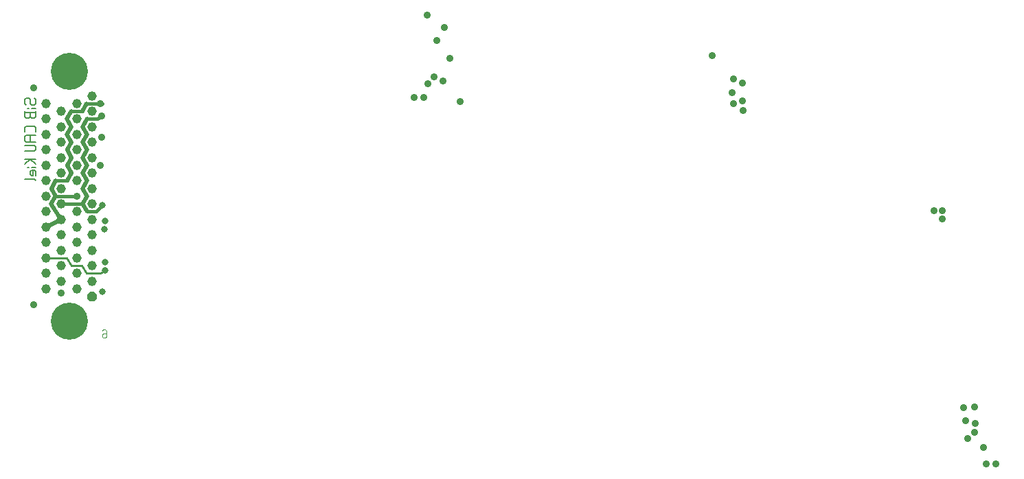
<source format=gbr>
G04 start of page 7 for group 5 idx 7
G04 Title: TFlex, Solder *
G04 Creator: pcb-bin 20060822 *
G04 CreationDate: Thu May  3 09:54:56 2007 UTC *
G04 For: stephan *
G04 Format: Gerber/RS-274X *
G04 PCB-Dimensions: 500000 300000 *
G04 PCB-Coordinate-Origin: lower left *
%MOIN*%
%FSLAX24Y24*%
%LNGROUP5*%
%ADD11C,0.0160*%
%ADD12C,0.0200*%
%ADD13C,0.0100*%
%ADD14C,0.0040*%
%ADD15C,0.0053*%
%ADD16C,0.0460*%
%ADD17C,0.1800*%
%ADD18C,0.0360*%
%ADD19C,0.0320*%
%ADD20C,0.0260*%
%ADD21C,0.1050*%
%ADD22C,0.0120*%
G54D11*X4575Y21375D02*X4775Y21525D01*
X4525Y16875D02*X4800Y17175D01*
G54D12*X4075Y19875D02*X3850Y20250D01*
X4075Y20625D01*
X3850Y21000D01*
G54D11*X4075Y21375D02*X4575D01*
G54D12*X3850Y21000D02*X4075Y21375D01*
Y18375D02*X3850Y18750D01*
X4075Y19125D01*
X3100Y18375D02*X3325Y18750D01*
X4075Y19125D02*X3850Y19500D01*
X3325Y18750D02*X3100Y19125D01*
X3850Y19500D02*X4075Y19875D01*
X3100Y19125D02*X3325Y19500D01*
G54D11*X4050Y22125D02*X4800D01*
G54D12*X3850Y21750D02*X4050Y22125D01*
X4800D02*X4675D01*
G54D11*X3325Y21750D02*X3850D01*
G54D12*X3325Y19500D02*X3100Y19875D01*
X3325Y20250D01*
X3075Y20625D01*
X3325Y21000D01*
X3075Y21375D01*
X3325Y21750D01*
G54D13*X4700Y13875D02*X4950Y14025D01*
X3825Y14250D02*X4050Y13875D01*
X4700D01*
X3325Y14250D02*X3825D01*
X3075Y14625D02*X3325Y14250D01*
X2075Y14625D02*X3075D01*
G54D12*X3850Y18000D02*X4075Y18375D01*
G54D11*Y16875D02*X4525D01*
G54D12*X3850Y17250D02*X4075Y16875D01*
X3850Y17250D02*X4075Y17625D01*
X3850Y18000D01*
G54D11*X2550Y17625D02*X3575D01*
X2550Y18375D02*X3100D01*
G54D12*X2550Y17625D02*X2350Y18000D01*
G54D11*X2825Y17250D02*X3850D01*
G54D12*X2350Y18000D02*X2550Y18375D01*
X2325Y17250D02*X2550Y17625D01*
X2825Y16500D02*X2325Y17250D01*
X2075Y16125D02*X2825Y16500D01*
G54D14*X4850Y11150D02*X4800Y11100D01*
X4850Y11150D02*X4950D01*
X5000Y11100D02*X4950Y11150D01*
X5000Y10800D02*Y11100D01*
Y10800D02*X4950Y10750D01*
X4850Y10950D02*X4800Y10900D01*
X4850Y10950D02*X5000D01*
X4850Y10750D02*X4950D01*
X4850D02*X4800Y10800D01*
Y10900D01*
G54D15*X1058Y22109D02*X1124Y22042D01*
X1058Y22109D02*Y22308D01*
X1124Y22375D02*X1058Y22308D01*
X1124Y22375D02*X1257D01*
X1324Y22308D01*
Y22109D02*Y22308D01*
Y22109D02*X1390Y22042D01*
X1523D01*
X1590Y22109D02*X1523Y22042D01*
X1590Y22109D02*Y22308D01*
X1523Y22375D02*X1590Y22308D01*
X1191Y21882D02*X1257D01*
X1390D02*X1590D01*
Y21483D02*Y21749D01*
Y21483D02*X1523Y21417D01*
X1390D02*X1523D01*
X1324Y21483D02*X1390Y21417D01*
X1324Y21483D02*Y21683D01*
X1058D02*X1590D01*
X1058Y21483D02*Y21749D01*
Y21483D02*X1124Y21417D01*
X1257D01*
X1324Y21483D02*X1257Y21417D01*
X1590Y20752D02*Y20951D01*
X1523Y21018D02*X1590Y20951D01*
X1124Y21018D02*X1523D01*
X1124D02*X1058Y20951D01*
Y20752D02*Y20951D01*
X1124Y20592D02*X1590D01*
X1124D02*X1058Y20525D01*
Y20326D02*Y20525D01*
Y20326D02*X1124Y20259D01*
X1590D01*
X1324D02*Y20592D01*
X1058Y20100D02*X1523D01*
X1590Y20033D01*
Y19900D02*Y20033D01*
Y19900D02*X1523Y19834D01*
X1058D02*X1523D01*
X1058Y19435D02*X1590D01*
X1324D02*X1058Y19169D01*
X1324Y19435D02*X1590Y19169D01*
X1191Y19009D02*X1257D01*
X1390D02*X1590D01*
Y18610D02*Y18809D01*
X1523Y18876D02*X1590Y18809D01*
X1390Y18876D02*X1523D01*
X1390D02*X1324Y18809D01*
Y18676D02*Y18809D01*
Y18676D02*X1390Y18610D01*
X1457D02*Y18876D01*
X1390Y18610D02*X1457D01*
X1058Y18450D02*X1523D01*
X1590Y18383D01*
G54D16*X4325Y15000D03*
Y15750D03*
Y16500D03*
Y17250D03*
Y18000D03*
Y18750D03*
Y19500D03*
Y20250D03*
Y21000D03*
Y21750D03*
Y22500D03*
X3575Y14625D03*
Y15375D03*
Y16125D03*
Y16875D03*
Y18375D03*
Y19125D03*
Y19875D03*
Y20625D03*
Y21375D03*
X4325Y13500D03*
Y14250D03*
X3575Y13125D03*
G54D12*G36*
X4555Y12845D02*X4420Y12980D01*
X4229D01*
X4095Y12845D01*
Y12654D01*
X4229Y12520D01*
X4420D01*
X4555Y12654D01*
Y12845D01*
G37*
G54D16*X3575Y13875D03*
X2825Y18000D03*
Y18750D03*
Y19500D03*
Y20250D03*
Y21000D03*
Y21750D03*
Y15000D03*
Y15750D03*
X2075Y15375D03*
X2825Y16500D03*
Y17250D03*
X2075Y16125D03*
Y16875D03*
X3575Y22125D03*
G54D17*X3200Y23700D03*
G54D16*X2075Y22125D03*
X2825Y13500D03*
Y14250D03*
X2075Y13125D03*
Y13875D03*
G54D17*X3200Y11550D03*
G54D16*X2075Y14625D03*
Y17625D03*
Y19875D03*
Y20625D03*
Y18375D03*
Y21375D03*
Y19125D03*
G54D18*X48180Y4620D03*
X47705D03*
X47575Y5420D03*
X47155Y6150D03*
X46815Y5845D03*
X47170Y6585D03*
X47135Y7380D03*
X46710Y6730D03*
X46610Y7350D03*
X45575Y16925D03*
Y16525D03*
X45175Y16925D03*
X35900Y21775D03*
X35445Y22130D03*
X35890Y22240D03*
X35390Y22645D03*
X35445Y23330D03*
X35890Y23120D03*
X34400Y24450D03*
X22175Y22225D03*
X21675Y24325D03*
X21425Y25825D03*
X21350Y23225D03*
X21050Y25175D03*
X20925Y23425D03*
X20600Y23075D03*
X20575Y26425D03*
X20425Y22425D03*
X19950D03*
X4775Y20475D03*
G54D19*X4800Y17175D03*
G54D18*X4725Y19125D03*
X3575Y17625D03*
X4775Y21525D03*
X4725Y22125D03*
X1475Y22900D03*
G54D19*X4950Y14025D03*
Y14425D03*
Y16425D03*
X4925Y16025D03*
X4825Y13000D03*
G54D18*X2825Y12925D03*
X1475Y12350D03*
G54D20*%LNGROUP5_C1*%
%LPC*%
G54D21*G54D20*G54D21*G54D20*G54D22*M02*

</source>
